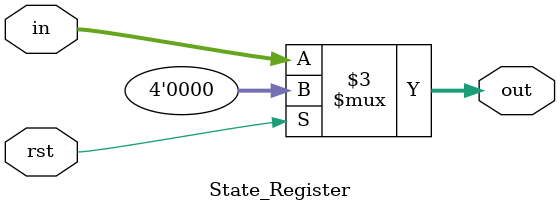
<source format=v>
module State_Register #(parameter W=4) (in,rst,out); 

input rst; 
input [W-1:0] in; 
output reg [W-1:0] out; 

always @(in) 
begin 
	if (rst)
	out = 0; 
	else 
	out = in;  
end 

endmodule 
</source>
